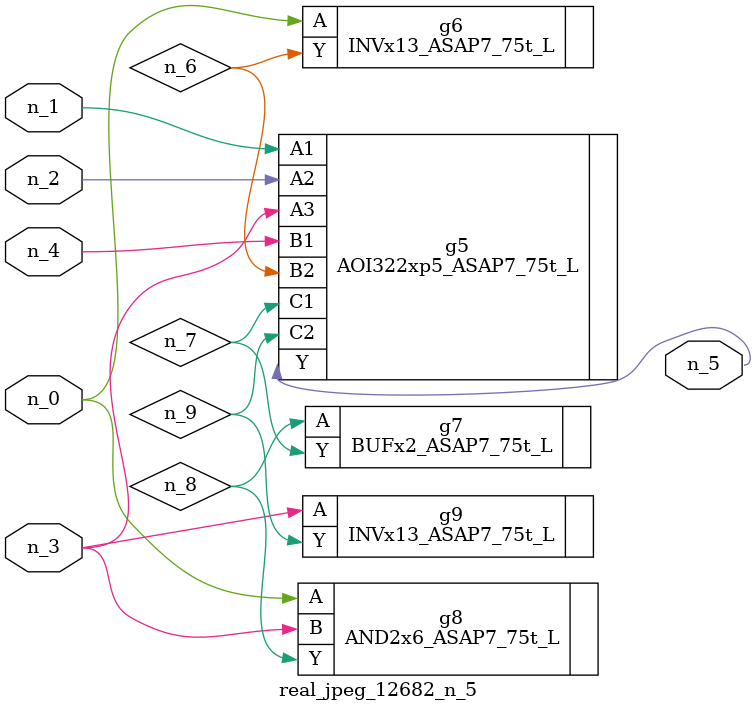
<source format=v>
module real_jpeg_12682_n_5 (n_4, n_0, n_1, n_2, n_3, n_5);

input n_4;
input n_0;
input n_1;
input n_2;
input n_3;

output n_5;

wire n_8;
wire n_6;
wire n_7;
wire n_9;

INVx13_ASAP7_75t_L g6 ( 
.A(n_0),
.Y(n_6)
);

AND2x6_ASAP7_75t_L g8 ( 
.A(n_0),
.B(n_3),
.Y(n_8)
);

AOI322xp5_ASAP7_75t_L g5 ( 
.A1(n_1),
.A2(n_2),
.A3(n_3),
.B1(n_4),
.B2(n_6),
.C1(n_7),
.C2(n_9),
.Y(n_5)
);

INVx13_ASAP7_75t_L g9 ( 
.A(n_3),
.Y(n_9)
);

BUFx2_ASAP7_75t_L g7 ( 
.A(n_8),
.Y(n_7)
);


endmodule
</source>
